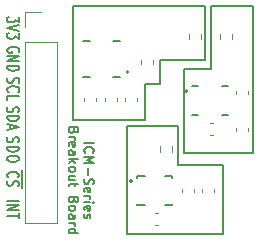
<source format=gbr>
%TF.GenerationSoftware,KiCad,Pcbnew,(6.0.6-0)*%
%TF.CreationDate,2022-08-17T23:57:47-07:00*%
%TF.ProjectId,invensense_icm,696e7665-6e73-4656-9e73-655f69636d2e,rev?*%
%TF.SameCoordinates,Original*%
%TF.FileFunction,Legend,Top*%
%TF.FilePolarity,Positive*%
%FSLAX46Y46*%
G04 Gerber Fmt 4.6, Leading zero omitted, Abs format (unit mm)*
G04 Created by KiCad (PCBNEW (6.0.6-0)) date 2022-08-17 23:57:47*
%MOMM*%
%LPD*%
G01*
G04 APERTURE LIST*
%ADD10C,0.150000*%
%ADD11C,0.120000*%
%ADD12C,0.127000*%
%ADD13C,0.200000*%
G04 APERTURE END LIST*
D10*
X121158000Y-113284000D02*
X115316000Y-113284000D01*
X115316000Y-106172000D01*
X117602000Y-106172000D01*
X117602000Y-100838000D01*
X121158000Y-100838000D01*
X121158000Y-113284000D01*
X114808000Y-114300000D02*
X118618000Y-114300000D01*
X118618000Y-120142000D01*
X110490000Y-120142000D01*
X110490000Y-110998000D01*
X114808000Y-110998000D01*
X114808000Y-114300000D01*
X117094000Y-105410000D02*
X113284000Y-105410000D01*
X113284000Y-107442000D01*
X112014000Y-107442000D01*
X112014000Y-110490000D01*
X105918000Y-110490000D01*
X105918000Y-100838000D01*
X117094000Y-100838000D01*
X117094000Y-105410000D01*
X106860495Y-112389047D02*
X107660495Y-112389047D01*
X106936685Y-113227142D02*
X106898590Y-113189047D01*
X106860495Y-113074761D01*
X106860495Y-112998571D01*
X106898590Y-112884285D01*
X106974780Y-112808095D01*
X107050971Y-112770000D01*
X107203352Y-112731904D01*
X107317638Y-112731904D01*
X107470019Y-112770000D01*
X107546209Y-112808095D01*
X107622400Y-112884285D01*
X107660495Y-112998571D01*
X107660495Y-113074761D01*
X107622400Y-113189047D01*
X107584304Y-113227142D01*
X106860495Y-113570000D02*
X107660495Y-113570000D01*
X107089066Y-113836666D01*
X107660495Y-114103333D01*
X106860495Y-114103333D01*
X107165257Y-114484285D02*
X107165257Y-115093809D01*
X106898590Y-115436666D02*
X106860495Y-115550952D01*
X106860495Y-115741428D01*
X106898590Y-115817619D01*
X106936685Y-115855714D01*
X107012876Y-115893809D01*
X107089066Y-115893809D01*
X107165257Y-115855714D01*
X107203352Y-115817619D01*
X107241447Y-115741428D01*
X107279542Y-115589047D01*
X107317638Y-115512857D01*
X107355733Y-115474761D01*
X107431923Y-115436666D01*
X107508114Y-115436666D01*
X107584304Y-115474761D01*
X107622400Y-115512857D01*
X107660495Y-115589047D01*
X107660495Y-115779523D01*
X107622400Y-115893809D01*
X106898590Y-116541428D02*
X106860495Y-116465238D01*
X106860495Y-116312857D01*
X106898590Y-116236666D01*
X106974780Y-116198571D01*
X107279542Y-116198571D01*
X107355733Y-116236666D01*
X107393828Y-116312857D01*
X107393828Y-116465238D01*
X107355733Y-116541428D01*
X107279542Y-116579523D01*
X107203352Y-116579523D01*
X107127161Y-116198571D01*
X106860495Y-116922380D02*
X107393828Y-116922380D01*
X107241447Y-116922380D02*
X107317638Y-116960476D01*
X107355733Y-116998571D01*
X107393828Y-117074761D01*
X107393828Y-117150952D01*
X106860495Y-117417619D02*
X107393828Y-117417619D01*
X107660495Y-117417619D02*
X107622400Y-117379523D01*
X107584304Y-117417619D01*
X107622400Y-117455714D01*
X107660495Y-117417619D01*
X107584304Y-117417619D01*
X106898590Y-118103333D02*
X106860495Y-118027142D01*
X106860495Y-117874761D01*
X106898590Y-117798571D01*
X106974780Y-117760476D01*
X107279542Y-117760476D01*
X107355733Y-117798571D01*
X107393828Y-117874761D01*
X107393828Y-118027142D01*
X107355733Y-118103333D01*
X107279542Y-118141428D01*
X107203352Y-118141428D01*
X107127161Y-117760476D01*
X106898590Y-118446190D02*
X106860495Y-118522380D01*
X106860495Y-118674761D01*
X106898590Y-118750952D01*
X106974780Y-118789047D01*
X107012876Y-118789047D01*
X107089066Y-118750952D01*
X107127161Y-118674761D01*
X107127161Y-118560476D01*
X107165257Y-118484285D01*
X107241447Y-118446190D01*
X107279542Y-118446190D01*
X107355733Y-118484285D01*
X107393828Y-118560476D01*
X107393828Y-118674761D01*
X107355733Y-118750952D01*
X105991542Y-111360476D02*
X105953447Y-111474761D01*
X105915352Y-111512857D01*
X105839161Y-111550952D01*
X105724876Y-111550952D01*
X105648685Y-111512857D01*
X105610590Y-111474761D01*
X105572495Y-111398571D01*
X105572495Y-111093809D01*
X106372495Y-111093809D01*
X106372495Y-111360476D01*
X106334400Y-111436666D01*
X106296304Y-111474761D01*
X106220114Y-111512857D01*
X106143923Y-111512857D01*
X106067733Y-111474761D01*
X106029638Y-111436666D01*
X105991542Y-111360476D01*
X105991542Y-111093809D01*
X105572495Y-111893809D02*
X106105828Y-111893809D01*
X105953447Y-111893809D02*
X106029638Y-111931904D01*
X106067733Y-111970000D01*
X106105828Y-112046190D01*
X106105828Y-112122380D01*
X105610590Y-112693809D02*
X105572495Y-112617619D01*
X105572495Y-112465238D01*
X105610590Y-112389047D01*
X105686780Y-112350952D01*
X105991542Y-112350952D01*
X106067733Y-112389047D01*
X106105828Y-112465238D01*
X106105828Y-112617619D01*
X106067733Y-112693809D01*
X105991542Y-112731904D01*
X105915352Y-112731904D01*
X105839161Y-112350952D01*
X105572495Y-113417619D02*
X105991542Y-113417619D01*
X106067733Y-113379523D01*
X106105828Y-113303333D01*
X106105828Y-113150952D01*
X106067733Y-113074761D01*
X105610590Y-113417619D02*
X105572495Y-113341428D01*
X105572495Y-113150952D01*
X105610590Y-113074761D01*
X105686780Y-113036666D01*
X105762971Y-113036666D01*
X105839161Y-113074761D01*
X105877257Y-113150952D01*
X105877257Y-113341428D01*
X105915352Y-113417619D01*
X105572495Y-113798571D02*
X106372495Y-113798571D01*
X105877257Y-113874761D02*
X105572495Y-114103333D01*
X106105828Y-114103333D02*
X105801066Y-113798571D01*
X105572495Y-114560476D02*
X105610590Y-114484285D01*
X105648685Y-114446190D01*
X105724876Y-114408095D01*
X105953447Y-114408095D01*
X106029638Y-114446190D01*
X106067733Y-114484285D01*
X106105828Y-114560476D01*
X106105828Y-114674761D01*
X106067733Y-114750952D01*
X106029638Y-114789047D01*
X105953447Y-114827142D01*
X105724876Y-114827142D01*
X105648685Y-114789047D01*
X105610590Y-114750952D01*
X105572495Y-114674761D01*
X105572495Y-114560476D01*
X106105828Y-115512857D02*
X105572495Y-115512857D01*
X106105828Y-115170000D02*
X105686780Y-115170000D01*
X105610590Y-115208095D01*
X105572495Y-115284285D01*
X105572495Y-115398571D01*
X105610590Y-115474761D01*
X105648685Y-115512857D01*
X106105828Y-115779523D02*
X106105828Y-116084285D01*
X106372495Y-115893809D02*
X105686780Y-115893809D01*
X105610590Y-115931904D01*
X105572495Y-116008095D01*
X105572495Y-116084285D01*
X105991542Y-117227142D02*
X105953447Y-117341428D01*
X105915352Y-117379523D01*
X105839161Y-117417619D01*
X105724876Y-117417619D01*
X105648685Y-117379523D01*
X105610590Y-117341428D01*
X105572495Y-117265238D01*
X105572495Y-116960476D01*
X106372495Y-116960476D01*
X106372495Y-117227142D01*
X106334400Y-117303333D01*
X106296304Y-117341428D01*
X106220114Y-117379523D01*
X106143923Y-117379523D01*
X106067733Y-117341428D01*
X106029638Y-117303333D01*
X105991542Y-117227142D01*
X105991542Y-116960476D01*
X105572495Y-117874761D02*
X105610590Y-117798571D01*
X105648685Y-117760476D01*
X105724876Y-117722380D01*
X105953447Y-117722380D01*
X106029638Y-117760476D01*
X106067733Y-117798571D01*
X106105828Y-117874761D01*
X106105828Y-117989047D01*
X106067733Y-118065238D01*
X106029638Y-118103333D01*
X105953447Y-118141428D01*
X105724876Y-118141428D01*
X105648685Y-118103333D01*
X105610590Y-118065238D01*
X105572495Y-117989047D01*
X105572495Y-117874761D01*
X105572495Y-118827142D02*
X105991542Y-118827142D01*
X106067733Y-118789047D01*
X106105828Y-118712857D01*
X106105828Y-118560476D01*
X106067733Y-118484285D01*
X105610590Y-118827142D02*
X105572495Y-118750952D01*
X105572495Y-118560476D01*
X105610590Y-118484285D01*
X105686780Y-118446190D01*
X105762971Y-118446190D01*
X105839161Y-118484285D01*
X105877257Y-118560476D01*
X105877257Y-118750952D01*
X105915352Y-118827142D01*
X105572495Y-119208095D02*
X106105828Y-119208095D01*
X105953447Y-119208095D02*
X106029638Y-119246190D01*
X106067733Y-119284285D01*
X106105828Y-119360476D01*
X106105828Y-119436666D01*
X105572495Y-120046190D02*
X106372495Y-120046190D01*
X105610590Y-120046190D02*
X105572495Y-119970000D01*
X105572495Y-119817619D01*
X105610590Y-119741428D01*
X105648685Y-119703333D01*
X105724876Y-119665238D01*
X105953447Y-119665238D01*
X106029638Y-119703333D01*
X106067733Y-119741428D01*
X106105828Y-119817619D01*
X106105828Y-119970000D01*
X106067733Y-120046190D01*
X100407838Y-106904742D02*
X100360219Y-107011885D01*
X100360219Y-107190457D01*
X100407838Y-107261885D01*
X100455457Y-107297600D01*
X100550695Y-107333314D01*
X100645933Y-107333314D01*
X100741171Y-107297600D01*
X100788790Y-107261885D01*
X100836409Y-107190457D01*
X100884028Y-107047600D01*
X100931647Y-106976171D01*
X100979266Y-106940457D01*
X101074504Y-106904742D01*
X101169742Y-106904742D01*
X101264980Y-106940457D01*
X101312600Y-106976171D01*
X101360219Y-107047600D01*
X101360219Y-107226171D01*
X101312600Y-107333314D01*
X100455457Y-108083314D02*
X100407838Y-108047600D01*
X100360219Y-107940457D01*
X100360219Y-107869028D01*
X100407838Y-107761885D01*
X100503076Y-107690457D01*
X100598314Y-107654742D01*
X100788790Y-107619028D01*
X100931647Y-107619028D01*
X101122123Y-107654742D01*
X101217361Y-107690457D01*
X101312600Y-107761885D01*
X101360219Y-107869028D01*
X101360219Y-107940457D01*
X101312600Y-108047600D01*
X101264980Y-108083314D01*
X100360219Y-108761885D02*
X100360219Y-108404742D01*
X101360219Y-108404742D01*
X100382438Y-109376085D02*
X100334819Y-109483228D01*
X100334819Y-109661800D01*
X100382438Y-109733228D01*
X100430057Y-109768942D01*
X100525295Y-109804657D01*
X100620533Y-109804657D01*
X100715771Y-109768942D01*
X100763390Y-109733228D01*
X100811009Y-109661800D01*
X100858628Y-109518942D01*
X100906247Y-109447514D01*
X100953866Y-109411800D01*
X101049104Y-109376085D01*
X101144342Y-109376085D01*
X101239580Y-109411800D01*
X101287200Y-109447514D01*
X101334819Y-109518942D01*
X101334819Y-109697514D01*
X101287200Y-109804657D01*
X100334819Y-110126085D02*
X101334819Y-110126085D01*
X101334819Y-110304657D01*
X101287200Y-110411800D01*
X101191961Y-110483228D01*
X101096723Y-110518942D01*
X100906247Y-110554657D01*
X100763390Y-110554657D01*
X100572914Y-110518942D01*
X100477676Y-110483228D01*
X100382438Y-110411800D01*
X100334819Y-110304657D01*
X100334819Y-110126085D01*
X100620533Y-110840371D02*
X100620533Y-111197514D01*
X100334819Y-110768942D02*
X101334819Y-111018942D01*
X100334819Y-111268942D01*
X101360219Y-101738228D02*
X101360219Y-102202514D01*
X100979266Y-101952514D01*
X100979266Y-102059657D01*
X100931647Y-102131085D01*
X100884028Y-102166800D01*
X100788790Y-102202514D01*
X100550695Y-102202514D01*
X100455457Y-102166800D01*
X100407838Y-102131085D01*
X100360219Y-102059657D01*
X100360219Y-101845371D01*
X100407838Y-101773942D01*
X100455457Y-101738228D01*
X101360219Y-102416800D02*
X100360219Y-102666800D01*
X101360219Y-102916800D01*
X101360219Y-103095371D02*
X101360219Y-103559657D01*
X100979266Y-103309657D01*
X100979266Y-103416800D01*
X100931647Y-103488228D01*
X100884028Y-103523942D01*
X100788790Y-103559657D01*
X100550695Y-103559657D01*
X100455457Y-103523942D01*
X100407838Y-103488228D01*
X100360219Y-103416800D01*
X100360219Y-103202514D01*
X100407838Y-103131085D01*
X100455457Y-103095371D01*
X100382438Y-111906180D02*
X100334819Y-112020466D01*
X100334819Y-112210942D01*
X100382438Y-112287133D01*
X100430057Y-112325228D01*
X100525295Y-112363323D01*
X100620533Y-112363323D01*
X100715771Y-112325228D01*
X100763390Y-112287133D01*
X100811009Y-112210942D01*
X100858628Y-112058561D01*
X100906247Y-111982371D01*
X100953866Y-111944276D01*
X101049104Y-111906180D01*
X101144342Y-111906180D01*
X101239580Y-111944276D01*
X101287200Y-111982371D01*
X101334819Y-112058561D01*
X101334819Y-112249038D01*
X101287200Y-112363323D01*
X100334819Y-112706180D02*
X101334819Y-112706180D01*
X101334819Y-112896657D01*
X101287200Y-113010942D01*
X101191961Y-113087133D01*
X101096723Y-113125228D01*
X100906247Y-113163323D01*
X100763390Y-113163323D01*
X100572914Y-113125228D01*
X100477676Y-113087133D01*
X100382438Y-113010942D01*
X100334819Y-112896657D01*
X100334819Y-112706180D01*
X101334819Y-113658561D02*
X101334819Y-113810942D01*
X101287200Y-113887133D01*
X101191961Y-113963323D01*
X101001485Y-114001419D01*
X100668152Y-114001419D01*
X100477676Y-113963323D01*
X100382438Y-113887133D01*
X100334819Y-113810942D01*
X100334819Y-113658561D01*
X100382438Y-113582371D01*
X100477676Y-113506180D01*
X100668152Y-113468085D01*
X101001485Y-113468085D01*
X101191961Y-113506180D01*
X101287200Y-113582371D01*
X101334819Y-113658561D01*
X101617200Y-114710857D02*
X101617200Y-115460857D01*
X100430057Y-115318000D02*
X100382438Y-115282285D01*
X100334819Y-115175142D01*
X100334819Y-115103714D01*
X100382438Y-114996571D01*
X100477676Y-114925142D01*
X100572914Y-114889428D01*
X100763390Y-114853714D01*
X100906247Y-114853714D01*
X101096723Y-114889428D01*
X101191961Y-114925142D01*
X101287200Y-114996571D01*
X101334819Y-115103714D01*
X101334819Y-115175142D01*
X101287200Y-115282285D01*
X101239580Y-115318000D01*
X101617200Y-115460857D02*
X101617200Y-116175142D01*
X100382438Y-115603714D02*
X100334819Y-115710857D01*
X100334819Y-115889428D01*
X100382438Y-115960857D01*
X100430057Y-115996571D01*
X100525295Y-116032285D01*
X100620533Y-116032285D01*
X100715771Y-115996571D01*
X100763390Y-115960857D01*
X100811009Y-115889428D01*
X100858628Y-115746571D01*
X100906247Y-115675142D01*
X100953866Y-115639428D01*
X101049104Y-115603714D01*
X101144342Y-115603714D01*
X101239580Y-115639428D01*
X101287200Y-115675142D01*
X101334819Y-115746571D01*
X101334819Y-115925142D01*
X101287200Y-116032285D01*
X101312600Y-104711571D02*
X101360219Y-104640142D01*
X101360219Y-104533000D01*
X101312600Y-104425857D01*
X101217361Y-104354428D01*
X101122123Y-104318714D01*
X100931647Y-104283000D01*
X100788790Y-104283000D01*
X100598314Y-104318714D01*
X100503076Y-104354428D01*
X100407838Y-104425857D01*
X100360219Y-104533000D01*
X100360219Y-104604428D01*
X100407838Y-104711571D01*
X100455457Y-104747285D01*
X100788790Y-104747285D01*
X100788790Y-104604428D01*
X100360219Y-105068714D02*
X101360219Y-105068714D01*
X100360219Y-105497285D01*
X101360219Y-105497285D01*
X100360219Y-105854428D02*
X101360219Y-105854428D01*
X101360219Y-106033000D01*
X101312600Y-106140142D01*
X101217361Y-106211571D01*
X101122123Y-106247285D01*
X100931647Y-106283000D01*
X100788790Y-106283000D01*
X100598314Y-106247285D01*
X100503076Y-106211571D01*
X100407838Y-106140142D01*
X100360219Y-106033000D01*
X100360219Y-105854428D01*
X100334819Y-117304428D02*
X101334819Y-117304428D01*
X100334819Y-117661571D02*
X101334819Y-117661571D01*
X100334819Y-118090142D01*
X101334819Y-118090142D01*
X101334819Y-118340142D02*
X101334819Y-118768714D01*
X100334819Y-118554428D02*
X101334819Y-118554428D01*
D11*
%TO.C,C10*%
X112651000Y-105677580D02*
X112651000Y-105396420D01*
X111631000Y-105677580D02*
X111631000Y-105396420D01*
%TO.C,C9*%
X113119780Y-119331200D02*
X112838620Y-119331200D01*
X113119780Y-118311200D02*
X112838620Y-118311200D01*
%TO.C,C3*%
X107850400Y-108852580D02*
X107850400Y-108571420D01*
X106830400Y-108852580D02*
X106830400Y-108571420D01*
%TO.C,R2*%
X115733300Y-103615258D02*
X115733300Y-103140742D01*
X116778300Y-103615258D02*
X116778300Y-103140742D01*
D12*
%TO.C,U2*%
X116000400Y-110063600D02*
X116510400Y-110063600D01*
X119000400Y-110063600D02*
X118490400Y-110063600D01*
X116000400Y-107563600D02*
X116510400Y-107563600D01*
X118490400Y-107563600D02*
X119000400Y-107563600D01*
D13*
X115600400Y-108013600D02*
G75*
G03*
X115600400Y-108013600I-100000J0D01*
G01*
D11*
%TO.C,C6*%
X117499220Y-110742000D02*
X117780380Y-110742000D01*
X117499220Y-111762000D02*
X117780380Y-111762000D01*
%TO.C,C5*%
X119733600Y-107961820D02*
X119733600Y-108242980D01*
X120753600Y-107961820D02*
X120753600Y-108242980D01*
%TO.C,C4*%
X120753600Y-111392580D02*
X120753600Y-111111420D01*
X119733600Y-111392580D02*
X119733600Y-111111420D01*
%TO.C,C8*%
X117858000Y-116574180D02*
X117858000Y-116293020D01*
X116838000Y-116574180D02*
X116838000Y-116293020D01*
%TO.C,C2*%
X108608400Y-108865580D02*
X108608400Y-108584420D01*
X109628400Y-108865580D02*
X109628400Y-108584420D01*
%TO.C,R3*%
X113269500Y-113165658D02*
X113269500Y-112691142D01*
X114314500Y-113165658D02*
X114314500Y-112691142D01*
%TO.C,C7*%
X115110800Y-116574180D02*
X115110800Y-116293020D01*
X116130800Y-116574180D02*
X116130800Y-116293020D01*
%TO.C,J1*%
X104530200Y-103895000D02*
X104530200Y-119195000D01*
X101870200Y-103895000D02*
X104530200Y-103895000D01*
X101870200Y-101295000D02*
X103200200Y-101295000D01*
X101870200Y-103895000D02*
X101870200Y-119195000D01*
X101870200Y-102625000D02*
X101870200Y-101295000D01*
X101870200Y-119195000D02*
X104530200Y-119195000D01*
D12*
%TO.C,U1*%
X109881000Y-106833000D02*
X109321000Y-106833000D01*
X106781000Y-106833000D02*
X107341000Y-106833000D01*
X109881000Y-103733000D02*
X109321000Y-103733000D01*
X106781000Y-103733000D02*
X107341000Y-103733000D01*
D13*
X110631000Y-106383000D02*
G75*
G03*
X110631000Y-106383000I-100000J0D01*
G01*
D11*
%TO.C,C1*%
X111355600Y-108852580D02*
X111355600Y-108571420D01*
X110335600Y-108852580D02*
X110335600Y-108571420D01*
%TO.C,R1*%
X118349500Y-103615258D02*
X118349500Y-103140742D01*
X119394500Y-103615258D02*
X119394500Y-103140742D01*
D12*
%TO.C,U3*%
X111326800Y-117533600D02*
X111326800Y-117683600D01*
X111326800Y-117683600D02*
X111976800Y-117683600D01*
X111326800Y-115333600D02*
X111326800Y-115183600D01*
X111326800Y-115183600D02*
X111976800Y-115183600D01*
X114326800Y-117683600D02*
X113676800Y-117683600D01*
X114326800Y-117533600D02*
X114326800Y-117683600D01*
X113676800Y-115183600D02*
X114326800Y-115183600D01*
X114326800Y-115183600D02*
X114326800Y-115333600D01*
D13*
X110926800Y-115633600D02*
G75*
G03*
X110926800Y-115633600I-100000J0D01*
G01*
%TD*%
M02*

</source>
